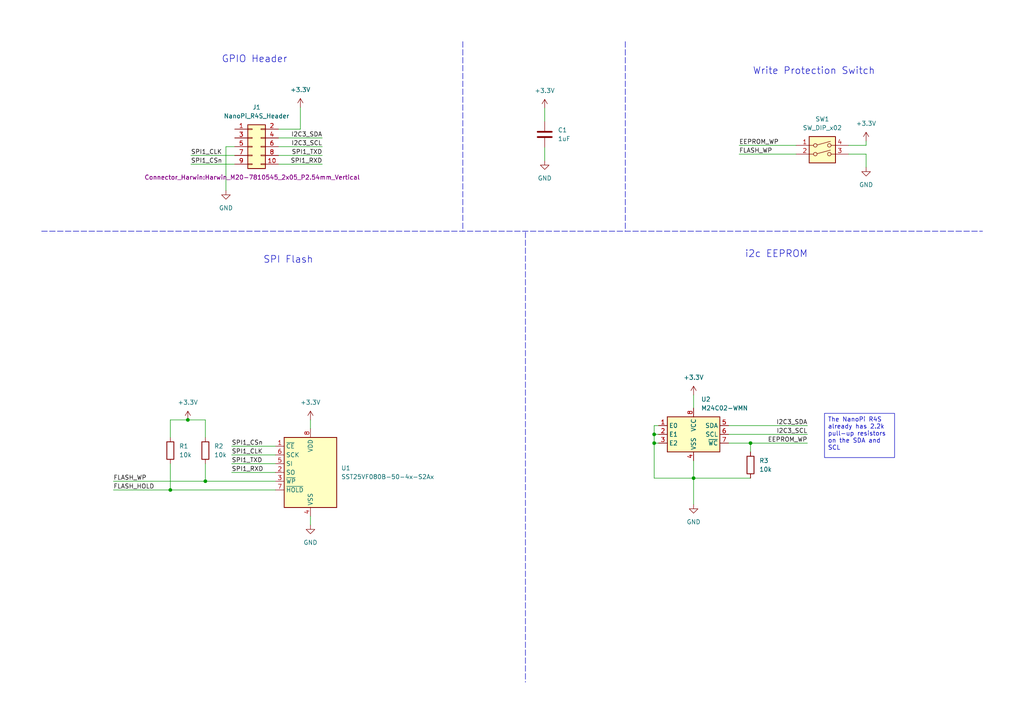
<source format=kicad_sch>
(kicad_sch (version 20230121) (generator eeschema)
  (paper "A4")
  (title_block (title "NanoPi R4S SPI Flash and EEPROM board") (rev "1"))
  (lib_symbols
    (symbol "Connector_Generic:Conn_02x05_Odd_Even" (pin_names (offset 1.016) hide)
      (property "Reference" "J" (at 1.27 7.62 0))
      (property "Value" "Conn_02x05_Odd_Even" (at 1.27 -7.62 0))
      (symbol "Conn_02x05_Odd_Even_1_1"
        (rectangle (start -1.27 -4.953) (end 0 -5.207) (stroke (width 0.1524)))
        (rectangle (start -1.27 -2.413) (end 0 -2.667) (stroke (width 0.1524)))
        (rectangle (start -1.27 0.127) (end 0 -0.127) (stroke (width 0.1524)))
        (rectangle (start -1.27 2.667) (end 0 2.413) (stroke (width 0.1524)))
        (rectangle (start -1.27 5.207) (end 0 4.953) (stroke (width 0.1524)))
        (rectangle (start -1.27 6.35) (end 3.81 -6.35) (stroke (width 0.254)) (fill (type background)))
        (rectangle (start 3.81 -4.953) (end 2.54 -5.207) (stroke (width 0.1524)))
        (rectangle (start 3.81 -2.413) (end 2.54 -2.667) (stroke (width 0.1524)))
        (rectangle (start 3.81 0.127) (end 2.54 -0.127) (stroke (width 0.1524)))
        (rectangle (start 3.81 2.667) (end 2.54 2.413) (stroke (width 0.1524)))
        (rectangle (start 3.81 5.207) (end 2.54 4.953) (stroke (width 0.1524)))
        (pin passive line (at -5.08 5.08 0) (length 3.81) (name "Pin_1") (number "1"))
        (pin passive line (at 7.62 -5.08 180) (length 3.81) (name "Pin_10") (number "10"))
        (pin passive line (at 7.62 5.08 180) (length 3.81) (name "Pin_2") (number "2"))
        (pin passive line (at -5.08 2.54 0) (length 3.81) (name "Pin_3") (number "3"))
        (pin passive line (at 7.62 2.54 180) (length 3.81) (name "Pin_4") (number "4"))
        (pin passive line (at -5.08 0 0) (length 3.81) (name "Pin_5") (number "5"))
        (pin passive line (at 7.62 0 180) (length 3.81) (name "Pin_6") (number "6"))
        (pin passive line (at -5.08 -2.54 0) (length 3.81) (name "Pin_7") (number "7"))
        (pin passive line (at 7.62 -2.54 180) (length 3.81) (name "Pin_8") (number "8"))
        (pin passive line (at -5.08 -5.08 0) (length 3.81) (name "Pin_9") (number "9"))
      )
    )
    (symbol "Device:C" (pin_numbers hide) (pin_names (offset 0.254))
      (property "Reference" "C" (at 0.635 2.54 0))
      (property "Value" "C" (at 0.635 -2.54 0))
      (symbol "C_0_1"
        (polyline (pts (xy -2.032 -0.762) (xy 2.032 -0.762)) (stroke (width 0.508)))
        (polyline (pts (xy -2.032 0.762) (xy 2.032 0.762)) (stroke (width 0.508)))
      )
      (symbol "C_1_1"
        (pin passive line (at 0 3.81 270) (length 2.794) (name "~") (number "1"))
        (pin passive line (at 0 -3.81 90) (length 2.794) (name "~") (number "2"))
      )
    )
    (symbol "Device:R" (pin_numbers hide) (pin_names (offset 0))
      (property "Reference" "R" (at 2.032 0 90))
      (property "Value" "R" (at 0 0 90))
      (symbol "R_0_1"
        (rectangle (start -1.016 -2.54) (end 1.016 2.54) (stroke (width 0.254)))
      )
      (symbol "R_1_1"
        (pin passive line (at 0 3.81 270) (length 1.27) (name "~") (number "1"))
        (pin passive line (at 0 -3.81 90) (length 1.27) (name "~") (number "2"))
      )
    )
    (symbol "Memory_EEPROM:M24C02-WMN"
      (property "Reference" "U" (at -6.35 6.35 0))
      (property "Value" "M24C02-WMN" (at 7.62 6.35 0))
      (symbol "M24C02-WMN_0_1"
        (rectangle (start -7.62 5.08) (end 7.62 -5.08) (stroke (width 0.254)) (fill (type background)))
      )
      (symbol "M24C02-WMN_1_1"
        (pin input line (at -10.16 2.54 0) (length 2.54) (name "E0") (number "1"))
        (pin input line (at -10.16 0 0) (length 2.54) (name "E1") (number "2"))
        (pin input line (at -10.16 -2.54 0) (length 2.54) (name "E2") (number "3"))
        (pin power_in line (at 0 -7.62 90) (length 2.54) (name "VSS") (number "4"))
        (pin bidirectional line (at 10.16 2.54 180) (length 2.54) (name "SDA") (number "5"))
        (pin input line (at 10.16 0 180) (length 2.54) (name "SCL") (number "6"))
        (pin input line (at 10.16 -2.54 180) (length 2.54) (name "~{WC}") (number "7"))
        (pin power_in line (at 0 7.62 270) (length 2.54) (name "VCC") (number "8"))
      )
    )
    (symbol "Memory_Flash:SST25VF080B-50-4x-S2Ax"
      (property "Reference" "U" (at -6.35 11.43 0))
      (property "Value" "SST25VF080B-50-4x-S2Ax" (at 13.97 11.43 0))
      (symbol "SST25VF080B-50-4x-S2Ax_0_1"
        (rectangle (start -7.62 10.16) (end 7.62 -10.16) (stroke (width 0.254)) (fill (type background)))
      )
      (symbol "SST25VF080B-50-4x-S2Ax_1_1"
        (pin input line (at -10.16 7.62 0) (length 2.54) (name "~{CE}") (number "1"))
        (pin output line (at -10.16 0 0) (length 2.54) (name "SO") (number "2"))
        (pin input line (at -10.16 -2.54 0) (length 2.54) (name "~{WP}") (number "3"))
        (pin power_in line (at 0 -12.7 90) (length 2.54) (name "VSS") (number "4"))
        (pin input line (at -10.16 2.54 0) (length 2.54) (name "SI") (number "5"))
        (pin input line (at -10.16 5.08 0) (length 2.54) (name "SCK") (number "6"))
        (pin input line (at -10.16 -5.08 0) (length 2.54) (name "~{HOLD}") (number "7"))
        (pin power_in line (at 0 12.7 270) (length 2.54) (name "VDD") (number "8"))
      )
    )
    (symbol "Switch:SW_DIP_x02" (pin_names (offset 0) hide)
      (property "Reference" "SW" (at 0 6.35 0))
      (property "Value" "SW_DIP_x02" (at 0 -3.81 0))
      (symbol "SW_DIP_x02_0_0"
        (circle (center -2.032 0) (radius 0.508))
        (circle (center -2.032 2.54) (radius 0.508))
        (polyline (pts (xy -1.524 0.127) (xy 2.3622 1.1684)))
        (polyline (pts (xy -1.524 2.667) (xy 2.3622 3.7084)))
        (circle (center 2.032 0) (radius 0.508))
        (circle (center 2.032 2.54) (radius 0.508))
      )
      (symbol "SW_DIP_x02_0_1"
        (rectangle (start -3.81 5.08) (end 3.81 -2.54) (stroke (width 0.254)) (fill (type background)))
      )
      (symbol "SW_DIP_x02_1_1"
        (pin passive line (at -7.62 2.54 0) (length 5.08) (name "~") (number "1"))
        (pin passive line (at -7.62 0 0) (length 5.08) (name "~") (number "2"))
        (pin passive line (at 7.62 0 180) (length 5.08) (name "~") (number "3"))
        (pin passive line (at 7.62 2.54 180) (length 5.08) (name "~") (number "4"))
      )
    )
    (symbol "power:+3.3V" (power) (pin_names (offset 0))
      (property "Value" "+3.3V" (at 0 3.556 0))
      (symbol "+3.3V_0_1"
        (polyline (pts (xy -0.762 1.27) (xy 0 2.54)))
        (polyline (pts (xy 0 0) (xy 0 2.54)))
        (polyline (pts (xy 0 2.54) (xy 0.762 1.27)))
      )
      (symbol "+3.3V_1_1"
        (pin power_in line (at 0 0 90) (length 0) hide (name "+3.3V") (number "1"))
      )
    )
    (symbol "power:GND" (power) (pin_names (offset 0))
      (property "Value" "GND" (at 0 -3.81 0))
      (symbol "GND_0_1"
        (polyline (pts (xy 0 0) (xy 0 -1.27) (xy 1.27 -1.27) (xy 0 -2.54) (xy -1.27 -1.27) (xy 0 -1.27)))
      )
      (symbol "GND_1_1"
        (pin power_in line (at 0 0 270) (length 0) hide (name "GND") (number "1"))
      )
    )
  )
  (junction (at 59.563 139.573))
  (junction (at 54.483 121.793))
  (junction (at 189.738 128.524))
  (junction (at 189.738 125.984))
  (junction (at 201.168 138.684))
  (junction (at 217.678 128.524))
  (junction (at 49.403 142.113))
  (wire (pts (xy 59.563 126.873) (xy 59.563 121.793)))
  (wire (pts (xy 80.772 45.085) (xy 93.472 45.085)))
  (polyline (pts (xy 134.239 12.065) (xy 134.239 67.056)) (stroke (width 0) (type dash)))
  (wire (pts (xy 251.206 42.164) (xy 251.206 40.894)))
  (wire (pts (xy 68.072 42.545) (xy 65.532 42.545)))
  (wire (pts (xy 49.403 121.793) (xy 54.483 121.793)))
  (wire (pts (xy 67.183 134.493) (xy 79.883 134.493)))
  (wire (pts (xy 49.403 134.493) (xy 49.403 142.113)))
  (wire (pts (xy 201.168 114.554) (xy 201.168 118.364)))
  (wire (pts (xy 246.126 42.164) (xy 251.206 42.164)))
  (wire (pts (xy 217.678 138.684) (xy 201.168 138.684)))
  (wire (pts (xy 211.328 125.984) (xy 234.188 125.984)))
  (wire (pts (xy 201.168 133.604) (xy 201.168 138.684)))
  (wire (pts (xy 67.183 131.953) (xy 79.883 131.953)))
  (wire (pts (xy 90.043 121.793) (xy 90.043 124.333)))
  (wire (pts (xy 67.183 137.033) (xy 79.883 137.033)))
  (wire (pts (xy 246.126 44.704) (xy 251.206 44.704)))
  (wire (pts (xy 191.008 128.524) (xy 189.738 128.524)))
  (polyline (pts (xy 12.065 67.056) (xy 284.988 67.056)) (stroke (width 0) (type dash)))
  (wire (pts (xy 211.328 123.444) (xy 234.188 123.444)))
  (wire (pts (xy 189.738 125.984) (xy 189.738 128.524)))
  (wire (pts (xy 217.678 128.524) (xy 234.188 128.524)))
  (wire (pts (xy 80.772 42.545) (xy 93.472 42.545)))
  (wire (pts (xy 55.372 45.085) (xy 68.072 45.085)))
  (wire (pts (xy 80.772 37.465) (xy 87.122 37.465)))
  (wire (pts (xy 55.372 47.625) (xy 68.072 47.625)))
  (wire (pts (xy 90.043 149.733) (xy 90.043 152.273)))
  (wire (pts (xy 211.328 128.524) (xy 217.678 128.524)))
  (wire (pts (xy 189.738 128.524) (xy 189.738 138.684)))
  (wire (pts (xy 59.563 121.793) (xy 54.483 121.793)))
  (polyline (pts (xy 181.356 12.065) (xy 181.356 67.056)) (stroke (width 0) (type dash)))
  (wire (pts (xy 49.403 142.113) (xy 79.883 142.113)))
  (wire (pts (xy 80.772 40.005) (xy 93.472 40.005)))
  (polyline (pts (xy 152.4 67.31) (xy 152.4 197.866)) (stroke (width 0) (type dash)))
  (wire (pts (xy 65.532 42.545) (xy 65.532 55.245)))
  (wire (pts (xy 157.988 42.799) (xy 157.988 46.609)))
  (wire (pts (xy 201.168 138.684) (xy 201.168 146.304)))
  (wire (pts (xy 189.738 123.444) (xy 189.738 125.984)))
  (wire (pts (xy 157.988 31.369) (xy 157.988 35.179)))
  (wire (pts (xy 59.563 139.573) (xy 79.883 139.573)))
  (wire (pts (xy 189.738 138.684) (xy 201.168 138.684)))
  (wire (pts (xy 217.678 128.524) (xy 217.678 131.064)))
  (wire (pts (xy 67.183 129.413) (xy 79.883 129.413)))
  (wire (pts (xy 32.893 139.573) (xy 59.563 139.573)))
  (wire (pts (xy 214.376 44.704) (xy 230.886 44.704)))
  (wire (pts (xy 49.403 126.873) (xy 49.403 121.793)))
  (wire (pts (xy 214.376 42.164) (xy 230.886 42.164)))
  (wire (pts (xy 59.563 134.493) (xy 59.563 139.573)))
  (wire (pts (xy 191.008 123.444) (xy 189.738 123.444)))
  (wire (pts (xy 87.122 37.465) (xy 87.122 31.115)))
  (wire (pts (xy 80.772 47.625) (xy 93.472 47.625)))
  (wire (pts (xy 32.893 142.113) (xy 49.403 142.113)))
  (wire (pts (xy 191.008 125.984) (xy 189.738 125.984)))
  (wire (pts (xy 251.206 44.704) (xy 251.206 48.514)))
  (text_box "The NanoPi R4S already has 2.2k pull-up resistors on the SDA and SCL" (at 239.141 119.888 0) (size 20.32 12.827) (effects (font (size 1.27 1.27)) (justify left top)))
  (text "GPIO Header" (at 64.262 18.415 0) (effects (font (size 2 2)) (justify left bottom)))
  (text "Write Protection Switch" (at 218.313 21.844 0) (effects (font (size 2 2)) (justify left bottom)))
  (text "SPI Flash" (at 76.327 76.581 0) (effects (font (size 2 2)) (justify left bottom)))
  (text "i2c EEPROM" (at 216.027 74.93 0) (effects (font (size 2 2)) (justify left bottom)))
  (label "SPI1_RXD" (at 93.472 47.625 180))
  (label "SPI1_CSn" (at 67.183 129.413 0))
  (label "I2C3_SDA" (at 234.188 123.444 180))
  (label "SPI1_TXD" (at 93.472 45.085 180))
  (label "SPI1_CLK" (at 55.372 45.085 0))
  (label "SPI1_CSn" (at 55.372 47.625 0))
  (label "SPI1_CLK" (at 67.183 131.953 0))
  (label "FLASH_WP" (at 32.893 139.573 0))
  (label "I2C3_SDA" (at 93.472 40.005 180))
  (label "SPI1_TXD" (at 67.183 134.493 0))
  (label "I2C3_SCL" (at 93.472 42.545 180))
  (label "FLASH_WP" (at 214.376 44.704 0))
  (label "SPI1_RXD" (at 67.183 137.033 0))
  (label "EEPROM_WP" (at 234.188 128.524 180))
  (label "EEPROM_WP" (at 214.376 42.164 0))
  (label "I2C3_SCL" (at 234.188 125.984 180))
  (label "FLASH_HOLD" (at 32.893 142.113 0))
  (symbol (lib_id "power:+3.3V") (at 157.988 31.369 0) (unit 1)
    (property "Reference" "#PWR03" (effects hide))
    (property "Value" "+3.3V" (at 157.988 26.289 0))
  )
  (symbol (lib_id "power:GND") (at 201.168 146.304 0) (unit 1)
    (property "Reference" "#PWR09" (effects hide))
    (property "Value" "GND" (at 201.168 151.384 0))
  )
  (symbol (lib_id "Device:R") (at 217.678 134.874 0) (unit 1)
    (property "Reference" "R3" (at 220.218 133.604 0) (effects (justify left)))
    (property "Value" "10k" (at 220.218 136.144 0) (effects (justify left)))
    (property "Footprint" "Resistor_SMD:R_0805_2012Metric_Pad1.20x1.40mm_HandSolder" (effects hide))
  )
  (symbol (lib_id "Device:C") (at 157.988 38.989 0) (unit 1)
    (property "Reference" "C1" (at 161.798 37.719 0) (effects (justify left)))
    (property "Value" "1uF" (at 161.798 40.259 0) (effects (justify left)))
    (property "Footprint" "Capacitor_SMD:C_0603_1608Metric_Pad1.08x0.95mm_HandSolder" (effects hide))
  )
  (symbol (lib_id "power:+3.3V") (at 251.206 40.894 0) (unit 1)
    (property "Reference" "#PWR011" (effects hide))
    (property "Value" "+3.3V" (at 251.206 35.814 0))
  )
  (symbol (lib_id "power:+3.3V") (at 54.483 121.793 0) (unit 1)
    (property "Reference" "#PWR07" (effects hide))
    (property "Value" "+3.3V" (at 54.483 116.713 0))
  )
  (symbol (lib_id "power:+3.3V") (at 201.168 114.554 0) (unit 1)
    (property "Reference" "#PWR08" (effects hide))
    (property "Value" "+3.3V" (at 201.168 109.474 0))
  )
  (symbol (lib_id "power:GND") (at 157.988 46.609 0) (unit 1)
    (property "Reference" "#PWR04" (effects hide))
    (property "Value" "GND" (at 157.988 51.689 0))
  )
  (symbol (lib_id "power:GND") (at 251.206 48.514 0) (unit 1)
    (property "Reference" "#PWR010" (effects hide))
    (property "Value" "GND" (at 251.206 53.594 0))
  )
  (symbol (lib_id "Switch:SW_DIP_x02") (at 238.506 44.704 0) (unit 1)
    (property "Reference" "SW1" (at 238.506 34.544 0))
    (property "Value" "SW_DIP_x02" (at 238.506 37.084 0))
    (property "Footprint" "Button_Switch_SMD:SW_DIP_SPSTx02_Slide_Omron_A6H-2101_W6.15mm_P1.27mm" (effects hide))
  )
  (symbol (lib_id "power:+3.3V") (at 87.122 31.115 0) (unit 1)
    (property "Reference" "#PWR01" (effects hide))
    (property "Value" "+3.3V" (at 87.122 26.035 0))
  )
  (symbol (lib_id "Memory_EEPROM:M24C02-WMN") (at 201.168 125.984 0) (unit 1)
    (property "Reference" "U2" (at 203.3621 115.824 0) (effects (justify left)))
    (property "Value" "M24C02-WMN" (at 203.3621 118.364 0) (effects (justify left)))
    (property "Footprint" "Package_SO:SOIC-8_3.9x4.9mm_P1.27mm" (effects hide))
    (property "Datasheet" "http://www.st.com/content/ccc/resource/technical/document/datasheet/b0/d8/50/40/5a/85/49/6f/DM00071904.pdf/files/DM00071904.pdf/jcr:content/translations/en.DM00071904.pdf" (effects hide))
  )
  (symbol (lib_id "power:GND") (at 90.043 152.273 0) (unit 1)
    (property "Reference" "#PWR06" (effects hide))
    (property "Value" "GND" (at 90.043 157.353 0))
  )
  (symbol (lib_id "Device:R") (at 49.403 130.683 0) (unit 1)
    (property "Reference" "R1" (at 51.943 129.413 0) (effects (justify left)))
    (property "Value" "10k" (at 51.943 131.953 0) (effects (justify left)))
    (property "Footprint" "Resistor_SMD:R_0805_2012Metric_Pad1.20x1.40mm_HandSolder" (effects hide))
  )
  (symbol (lib_id "power:+3.3V") (at 90.043 121.793 0) (unit 1)
    (property "Reference" "#PWR05" (effects hide))
    (property "Value" "+3.3V" (at 90.043 116.713 0))
  )
  (symbol (lib_id "Memory_Flash:SST25VF080B-50-4x-S2Ax") (at 90.043 137.033 0) (unit 1)
    (property "Reference" "U1" (at 98.933 135.763 0) (effects (justify left)))
    (property "Value" "SST25VF080B-50-4x-S2Ax" (at 98.933 138.303 0) (effects (justify left)))
    (property "Footprint" "Package_SO:SOIC-8_5.275x5.275mm_P1.27mm" (effects hide))
    (property "Datasheet" "http://ww1.microchip.com/downloads/en/DeviceDoc/20005045C.pdf" (effects hide))
  )
  (symbol (lib_id "Connector_Generic:Conn_02x05_Odd_Even") (at 73.152 42.545 0) (unit 1)
    (property "Reference" "J1" (at 74.422 31.115 0))
    (property "Value" "NanoPi_R4S_Header" (at 74.422 33.655 0))
    (property "Footprint" "Connector_Harwin:Harwin_M20-7810545_2x05_P2.54mm_Vertical" (at 73.152 51.435 0))
  )
  (symbol (lib_id "power:GND") (at 65.532 55.245 0) (unit 1)
    (property "Reference" "#PWR02" (effects hide))
    (property "Value" "GND" (at 65.532 60.325 0))
  )
  (symbol (lib_id "Device:R") (at 59.563 130.683 0) (unit 1)
    (property "Reference" "R2" (at 62.103 129.413 0) (effects (justify left)))
    (property "Value" "10k" (at 62.103 131.953 0) (effects (justify left)))
    (property "Footprint" "Resistor_SMD:R_0805_2012Metric_Pad1.20x1.40mm_HandSolder" (effects hide))
  )
)
</source>
